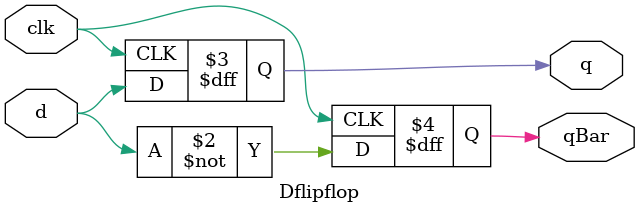
<source format=v>
module Dflipflop(
    output q,
    output qBar,
    input d,
    input wire clk
);

always @(posedge clk)begin
    q = d;
    qBar = ~d;
end

endmodule
</source>
